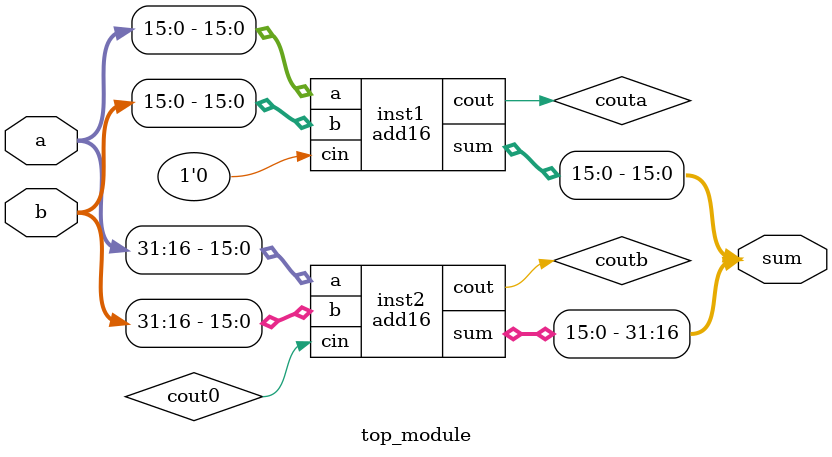
<source format=v>
module add1(input a,b,cin, output sum,cout);
  assign sum=a^b^cin;
  assign cout=a&b|b&cin|cin&a;
endmodule

module add16 ( input[15:0]a, b ,input cin,output [15:0]sum, output cout);
wire cout0,cout1,cout2,cout3,cout4,cout5,cout6,cout7,cout8,cout9,cout10,cout11,cout12,cout13,cout14;
  
  add1 a0(a[0],b[0],1'b0 ,sum[0],cout0);
  add1 a1(a[1],b[1],cout0,sum[1],cout1);
  add1 a2(a[2],b[2],cout1,sum[2],cout2);
  add1 a3(a[3],b[3],cout2,sum[3],cout3);
  add1 a4(a[4],b[4],cout3,sum[4],cout4);
  add1 a5(a[5],b[5],cout4,sum[5],cout5);
  add1 a6(a[6],b[6],cout5,sum[6],cout6);
  add1 a7(a[7],b[7],cout6,sum[7],cout7);
  add1 a8(a[8],b[8],cout7,sum[8],cout8);
  add1 a9(a[9],b[9],cout8,sum[9],cout9);
  add1 a10(a[10],b[10],cout9,sum[10],cout10);
  add1 a11(a[11],b[11],cout10,sum[11],cout11);
  add1 a12(a[12],b[12],cout11,sum[12],cout12);
  add1 a13(a[13],b[13],cout12,sum[13],cout13);
  add1 a14(a[14],b[14],cout13,sum[14],cout14);
  add1 a15(a[15],b[15],cout14,sum[15],cout);
  
endmodule

module top_module (
    input [31:0] a,
    input [31:0] b,
    output [31:0] sum
);
    wire couta,coutb;
  add16 inst1( a[15:0]  , b[15:0] , 1'b0, sum [15:0]  ,couta);
  add16 inst2( a[31:16] , b[31:16],cout0, sum [31:16] ,coutb);

endmodule

</source>
